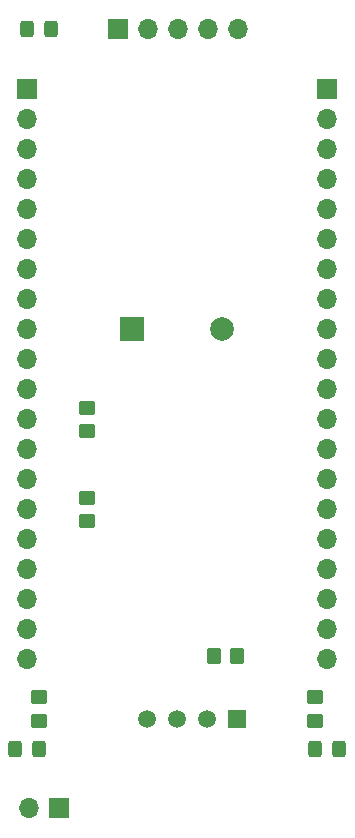
<source format=gbr>
%TF.GenerationSoftware,KiCad,Pcbnew,(6.0.4)*%
%TF.CreationDate,2022-08-23T00:57:11+02:00*%
%TF.ProjectId,MinimistCMZ,4d696e69-6d69-4737-9443-4d5a2e6b6963,rev?*%
%TF.SameCoordinates,Original*%
%TF.FileFunction,Soldermask,Top*%
%TF.FilePolarity,Negative*%
%FSLAX46Y46*%
G04 Gerber Fmt 4.6, Leading zero omitted, Abs format (unit mm)*
G04 Created by KiCad (PCBNEW (6.0.4)) date 2022-08-23 00:57:11*
%MOMM*%
%LPD*%
G01*
G04 APERTURE LIST*
G04 Aperture macros list*
%AMRoundRect*
0 Rectangle with rounded corners*
0 $1 Rounding radius*
0 $2 $3 $4 $5 $6 $7 $8 $9 X,Y pos of 4 corners*
0 Add a 4 corners polygon primitive as box body*
4,1,4,$2,$3,$4,$5,$6,$7,$8,$9,$2,$3,0*
0 Add four circle primitives for the rounded corners*
1,1,$1+$1,$2,$3*
1,1,$1+$1,$4,$5*
1,1,$1+$1,$6,$7*
1,1,$1+$1,$8,$9*
0 Add four rect primitives between the rounded corners*
20,1,$1+$1,$2,$3,$4,$5,0*
20,1,$1+$1,$4,$5,$6,$7,0*
20,1,$1+$1,$6,$7,$8,$9,0*
20,1,$1+$1,$8,$9,$2,$3,0*%
G04 Aperture macros list end*
%ADD10R,1.500000X1.500000*%
%ADD11C,1.500000*%
%ADD12RoundRect,0.250000X0.450000X-0.350000X0.450000X0.350000X-0.450000X0.350000X-0.450000X-0.350000X0*%
%ADD13RoundRect,0.250000X-0.450000X0.350000X-0.450000X-0.350000X0.450000X-0.350000X0.450000X0.350000X0*%
%ADD14RoundRect,0.250000X0.350000X0.450000X-0.350000X0.450000X-0.350000X-0.450000X0.350000X-0.450000X0*%
%ADD15RoundRect,0.250000X0.325000X0.450000X-0.325000X0.450000X-0.325000X-0.450000X0.325000X-0.450000X0*%
%ADD16R,1.700000X1.700000*%
%ADD17O,1.700000X1.700000*%
%ADD18RoundRect,0.250000X-0.325000X-0.450000X0.325000X-0.450000X0.325000X0.450000X-0.325000X0.450000X0*%
%ADD19R,2.000000X2.000000*%
%ADD20C,2.000000*%
G04 APERTURE END LIST*
D10*
%TO.C,U1*%
X149860000Y-129540000D03*
D11*
X147320000Y-129540000D03*
X144780000Y-129540000D03*
X142240000Y-129540000D03*
%TD*%
D12*
%TO.C,R5*%
X137160000Y-105140000D03*
X137160000Y-103140000D03*
%TD*%
%TO.C,R4*%
X137160000Y-112760000D03*
X137160000Y-110760000D03*
%TD*%
%TO.C,R3*%
X156464000Y-129651000D03*
X156464000Y-127651000D03*
%TD*%
D13*
%TO.C,R2*%
X133096000Y-127651000D03*
X133096000Y-129651000D03*
%TD*%
D14*
%TO.C,R1*%
X149844000Y-124206000D03*
X147844000Y-124206000D03*
%TD*%
D15*
%TO.C,LED1*%
X133105000Y-132080000D03*
X131055000Y-132080000D03*
%TD*%
D16*
%TO.C,J4*%
X134747000Y-137033000D03*
D17*
X132207000Y-137033000D03*
%TD*%
%TO.C,J3*%
X157480000Y-124460000D03*
X157480000Y-121920000D03*
X157480000Y-119380000D03*
X157480000Y-116840000D03*
X157480000Y-114300000D03*
X157480000Y-111760000D03*
X157480000Y-109220000D03*
X157480000Y-106680000D03*
X157480000Y-104140000D03*
X157480000Y-101600000D03*
X157480000Y-99060000D03*
X157480000Y-96520000D03*
X157480000Y-93980000D03*
X157480000Y-91440000D03*
X157480000Y-88900000D03*
X157480000Y-86360000D03*
X157480000Y-83820000D03*
X157480000Y-81280000D03*
X157480000Y-78740000D03*
D16*
X157480000Y-76200000D03*
%TD*%
D17*
%TO.C,J2*%
X149890000Y-71120000D03*
X147350000Y-71120000D03*
X144810000Y-71120000D03*
X142270000Y-71120000D03*
D16*
X139730000Y-71120000D03*
%TD*%
%TO.C,J1*%
X132080000Y-76200000D03*
D17*
X132080000Y-78740000D03*
X132080000Y-81280000D03*
X132080000Y-83820000D03*
X132080000Y-86360000D03*
X132080000Y-88900000D03*
X132080000Y-91440000D03*
X132080000Y-93980000D03*
X132080000Y-96520000D03*
X132080000Y-99060000D03*
X132080000Y-101600000D03*
X132080000Y-104140000D03*
X132080000Y-106680000D03*
X132080000Y-109220000D03*
X132080000Y-111760000D03*
X132080000Y-114300000D03*
X132080000Y-116840000D03*
X132080000Y-119380000D03*
X132080000Y-121920000D03*
X132080000Y-124460000D03*
%TD*%
D18*
%TO.C,D3*%
X132071000Y-71120000D03*
X134121000Y-71120000D03*
%TD*%
%TO.C,D2*%
X158505000Y-132080000D03*
X156455000Y-132080000D03*
%TD*%
D19*
%TO.C,BZ1*%
X140980000Y-96520000D03*
D20*
X148580000Y-96520000D03*
%TD*%
M02*

</source>
